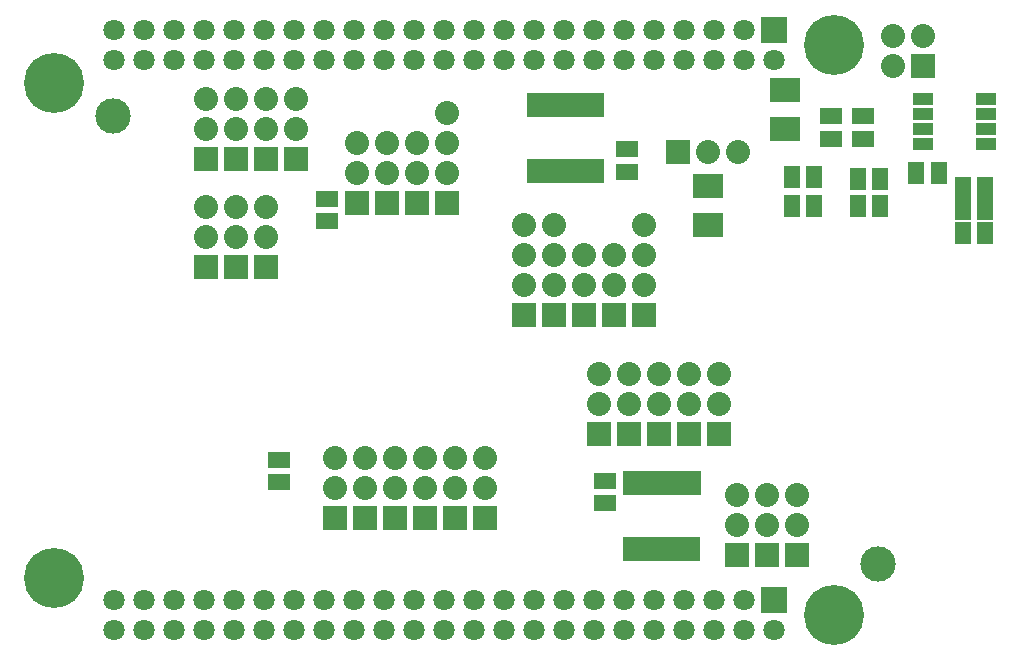
<source format=gts>
G04 (created by PCBNEW (2013-05-31 BZR 4019)-stable) date 7/13/2014 9:38:05 PM*
%MOIN*%
G04 Gerber Fmt 3.4, Leading zero omitted, Abs format*
%FSLAX34Y34*%
G01*
G70*
G90*
G04 APERTURE LIST*
%ADD10C,0.00590551*%
%ADD11R,0.0298425X0.0810236*%
%ADD12R,0.1X0.08*%
%ADD13R,0.055X0.075*%
%ADD14R,0.075X0.055*%
%ADD15R,0.08X0.08*%
%ADD16C,0.08*%
%ADD17C,0.11811*%
%ADD18R,0.065X0.04*%
%ADD19C,0.2*%
%ADD20R,0.085X0.085*%
%ADD21C,0.0712*%
G04 APERTURE END LIST*
G54D10*
G54D11*
X18138Y-5452D03*
X18404Y-5452D03*
X18660Y-5452D03*
X18916Y-5452D03*
X19172Y-5452D03*
X19427Y-5452D03*
X19683Y-5452D03*
X19939Y-5452D03*
X20195Y-5452D03*
X20451Y-5452D03*
X20451Y-3247D03*
X20195Y-3247D03*
X19939Y-3247D03*
X19683Y-3247D03*
X19427Y-3247D03*
X19172Y-3247D03*
X18916Y-3247D03*
X18660Y-3247D03*
X18404Y-3247D03*
X18148Y-3247D03*
X23661Y-15847D03*
X23395Y-15847D03*
X23139Y-15847D03*
X22883Y-15847D03*
X22627Y-15847D03*
X22372Y-15847D03*
X22116Y-15847D03*
X21860Y-15847D03*
X21604Y-15847D03*
X21348Y-15847D03*
X21348Y-18052D03*
X21604Y-18052D03*
X21860Y-18052D03*
X22116Y-18052D03*
X22372Y-18052D03*
X22627Y-18052D03*
X22883Y-18052D03*
X23139Y-18052D03*
X23395Y-18052D03*
X23651Y-18052D03*
G54D12*
X24050Y-7250D03*
X24050Y-5950D03*
G54D13*
X30975Y-5500D03*
X31725Y-5500D03*
G54D14*
X20600Y-16525D03*
X20600Y-15775D03*
X21350Y-4725D03*
X21350Y-5475D03*
X9750Y-15825D03*
X9750Y-15075D03*
X11350Y-6375D03*
X11350Y-7125D03*
G54D13*
X26825Y-6600D03*
X27575Y-6600D03*
X27575Y-5650D03*
X26825Y-5650D03*
G54D14*
X29200Y-4375D03*
X29200Y-3625D03*
X28150Y-4375D03*
X28150Y-3625D03*
G54D13*
X32525Y-6720D03*
X33275Y-6720D03*
X32525Y-7500D03*
X33275Y-7500D03*
X32525Y-6000D03*
X33275Y-6000D03*
G54D15*
X18900Y-10250D03*
G54D16*
X18900Y-9250D03*
X18900Y-8250D03*
X18900Y-7250D03*
G54D15*
X15350Y-6500D03*
G54D16*
X15350Y-5500D03*
X15350Y-4500D03*
X15350Y-3500D03*
G54D15*
X21900Y-10250D03*
G54D16*
X21900Y-9250D03*
X21900Y-8250D03*
X21900Y-7250D03*
G54D15*
X17900Y-10250D03*
G54D16*
X17900Y-9250D03*
X17900Y-8250D03*
X17900Y-7250D03*
G54D15*
X20900Y-10250D03*
G54D16*
X20900Y-9250D03*
X20900Y-8250D03*
G54D15*
X23400Y-14200D03*
G54D16*
X23400Y-13200D03*
X23400Y-12200D03*
G54D15*
X24400Y-14200D03*
G54D16*
X24400Y-13200D03*
X24400Y-12200D03*
G54D15*
X27000Y-18250D03*
G54D16*
X27000Y-17250D03*
X27000Y-16250D03*
G54D15*
X26000Y-18250D03*
G54D16*
X26000Y-17250D03*
X26000Y-16250D03*
G54D15*
X25000Y-18250D03*
G54D16*
X25000Y-17250D03*
X25000Y-16250D03*
G54D15*
X11600Y-17000D03*
G54D16*
X11600Y-16000D03*
X11600Y-15000D03*
G54D15*
X12600Y-17000D03*
G54D16*
X12600Y-16000D03*
X12600Y-15000D03*
G54D15*
X13600Y-17000D03*
G54D16*
X13600Y-16000D03*
X13600Y-15000D03*
G54D15*
X14600Y-17000D03*
G54D16*
X14600Y-16000D03*
X14600Y-15000D03*
G54D15*
X15600Y-17000D03*
G54D16*
X15600Y-16000D03*
X15600Y-15000D03*
G54D15*
X16600Y-17000D03*
G54D16*
X16600Y-16000D03*
X16600Y-15000D03*
G54D15*
X7300Y-5050D03*
G54D16*
X7300Y-4050D03*
X7300Y-3050D03*
G54D15*
X9300Y-5050D03*
G54D16*
X9300Y-4050D03*
X9300Y-3050D03*
G54D15*
X7310Y-8650D03*
G54D16*
X7310Y-7650D03*
X7310Y-6650D03*
G54D15*
X8300Y-8650D03*
G54D16*
X8300Y-7650D03*
X8300Y-6650D03*
G54D15*
X10300Y-5050D03*
G54D16*
X10300Y-4050D03*
X10300Y-3050D03*
G54D15*
X9300Y-8650D03*
G54D16*
X9300Y-7650D03*
X9300Y-6650D03*
G54D15*
X13350Y-6500D03*
G54D16*
X13350Y-5500D03*
X13350Y-4500D03*
G54D15*
X14350Y-6500D03*
G54D16*
X14350Y-5500D03*
X14350Y-4500D03*
G54D15*
X19900Y-10250D03*
G54D16*
X19900Y-9250D03*
X19900Y-8250D03*
G54D15*
X20400Y-14200D03*
G54D16*
X20400Y-13200D03*
X20400Y-12200D03*
G54D15*
X21400Y-14200D03*
G54D16*
X21400Y-13200D03*
X21400Y-12200D03*
G54D15*
X22400Y-14200D03*
G54D16*
X22400Y-13200D03*
X22400Y-12200D03*
G54D15*
X8300Y-5050D03*
G54D16*
X8300Y-4050D03*
X8300Y-3050D03*
G54D15*
X31220Y-1930D03*
G54D16*
X30220Y-1930D03*
X31220Y-930D03*
X30220Y-930D03*
G54D17*
X29700Y-18550D03*
X4200Y-3600D03*
G54D18*
X31220Y-4540D03*
X33320Y-4540D03*
X31220Y-4040D03*
X31220Y-3540D03*
X31220Y-3040D03*
X33320Y-4040D03*
X33320Y-3540D03*
X33320Y-3040D03*
G54D15*
X12350Y-6500D03*
G54D16*
X12350Y-5500D03*
X12350Y-4500D03*
G54D15*
X23050Y-4800D03*
G54D16*
X24050Y-4800D03*
X25050Y-4800D03*
G54D12*
X26600Y-4050D03*
X26600Y-2750D03*
G54D19*
X2250Y-2500D03*
X28250Y-1250D03*
X28250Y-20250D03*
X2250Y-19000D03*
G54D20*
X26250Y-750D03*
G54D21*
X26250Y-1750D03*
X25250Y-750D03*
X25250Y-1750D03*
X24250Y-750D03*
X24250Y-1750D03*
X23250Y-750D03*
X23250Y-1750D03*
X22250Y-750D03*
X22250Y-1750D03*
X21250Y-750D03*
X21250Y-1750D03*
X20250Y-750D03*
X20250Y-1750D03*
X19250Y-750D03*
X19250Y-1750D03*
X18250Y-750D03*
X18250Y-1750D03*
X17250Y-750D03*
X17250Y-1750D03*
X16250Y-750D03*
X16250Y-1750D03*
X15250Y-750D03*
X15250Y-1750D03*
X14250Y-750D03*
X14250Y-1750D03*
X13250Y-750D03*
X13250Y-1750D03*
X12250Y-750D03*
X12250Y-1750D03*
X11250Y-750D03*
X11250Y-1750D03*
X10250Y-750D03*
X10250Y-1750D03*
X9250Y-750D03*
X9250Y-1750D03*
X8250Y-750D03*
X8250Y-1750D03*
X7250Y-750D03*
X7250Y-1750D03*
X6250Y-750D03*
X6250Y-1750D03*
X5250Y-750D03*
X5250Y-1750D03*
X4250Y-750D03*
X4250Y-1750D03*
G54D20*
X26250Y-19750D03*
G54D21*
X26250Y-20750D03*
X25250Y-19750D03*
X25250Y-20750D03*
X24250Y-19750D03*
X24250Y-20750D03*
X23250Y-19750D03*
X23250Y-20750D03*
X22250Y-19750D03*
X22250Y-20750D03*
X21250Y-19750D03*
X21250Y-20750D03*
X20250Y-19750D03*
X20250Y-20750D03*
X19250Y-19750D03*
X19250Y-20750D03*
X18250Y-19750D03*
X18250Y-20750D03*
X17250Y-19750D03*
X17250Y-20750D03*
X16250Y-19750D03*
X16250Y-20750D03*
X15250Y-19750D03*
X15250Y-20750D03*
X14250Y-19750D03*
X14250Y-20750D03*
X13250Y-19750D03*
X13250Y-20750D03*
X12250Y-19750D03*
X12250Y-20750D03*
X11250Y-19750D03*
X11250Y-20750D03*
X10250Y-19750D03*
X10250Y-20750D03*
X9250Y-19750D03*
X9250Y-20750D03*
X8250Y-19750D03*
X8250Y-20750D03*
X7250Y-19750D03*
X7250Y-20750D03*
X6250Y-19750D03*
X6250Y-20750D03*
X5250Y-19750D03*
X5250Y-20750D03*
X4250Y-19750D03*
X4250Y-20750D03*
G54D13*
X29025Y-6600D03*
X29775Y-6600D03*
X29775Y-5700D03*
X29025Y-5700D03*
M02*

</source>
